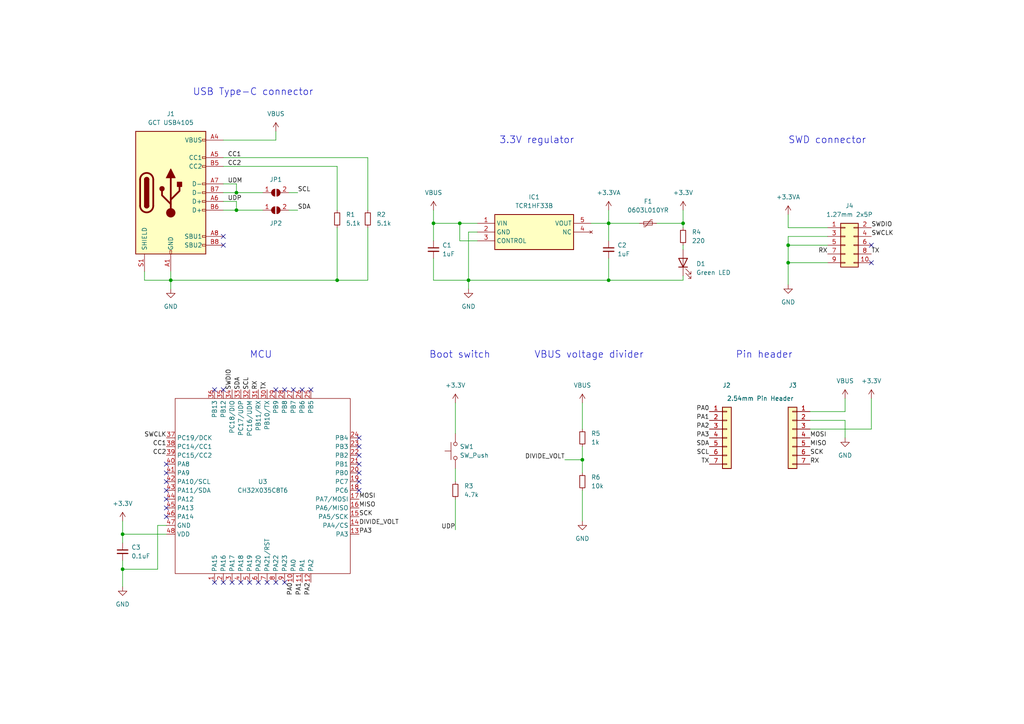
<source format=kicad_sch>
(kicad_sch (version 20230121) (generator eeschema)
  (paper "A4")
  (title_block (title "XIAO_CH32X035") (date "2024-06-25") (rev "v1.0") (company "@suzan_works"))
  (lib_symbols
    (symbol "0_My_Library:CH32X035C8T6"
      (property "Reference" "U" (at -1.27 2.54 0))
      (property "Value" "CH32X035C8T6" (at 0 -2.54 0))
      (symbol "CH32X035C8T6_0_1"
        (rectangle (start -25.4 25.4) (end 25.4 -25.4))
      )
      (symbol "CH32X035C8T6_1_1"
        (pin bidirectional line (at -13.97 -27.94 90) (length 2.54) (name "PA15") (number "1"))
        (pin bidirectional line (at 8.89 -27.94 90) (length 2.54) (name "PA0") (number "10"))
        (pin bidirectional line (at 11.43 -27.94 90) (length 2.54) (name "PA1") (number "11"))
        (pin bidirectional line (at 13.97 -27.94 90) (length 2.54) (name "PA2") (number "12"))
        (pin bidirectional line (at 27.94 -13.97 180) (length 2.54) (name "PA3") (number "13"))
        (pin bidirectional line (at 27.94 -11.43 180) (length 2.54) (name "PA4/CS") (number "14"))
        (pin bidirectional line (at 27.94 -8.89 180) (length 2.54) (name "PA5/SCK") (number "15"))
        (pin bidirectional line (at 27.94 -6.35 180) (length 2.54) (name "PA6/MISO") (number "16"))
        (pin bidirectional line (at 27.94 -3.81 180) (length 2.54) (name "PA7/MOSI") (number "17"))
        (pin bidirectional line (at 27.94 -1.27 180) (length 2.54) (name "PC6") (number "18"))
        (pin bidirectional line (at 27.94 1.27 180) (length 2.54) (name "PC7") (number "19"))
        (pin bidirectional line (at -11.43 -27.94 90) (length 2.54) (name "PA16") (number "2"))
        (pin bidirectional line (at 27.94 3.81 180) (length 2.54) (name "PB0") (number "20"))
        (pin bidirectional line (at 27.94 6.35 180) (length 2.54) (name "PB1") (number "21"))
        (pin bidirectional line (at 27.94 8.89 180) (length 2.54) (name "PB2") (number "22"))
        (pin bidirectional line (at 27.94 11.43 180) (length 2.54) (name "PB3") (number "23"))
        (pin bidirectional line (at 27.94 13.97 180) (length 2.54) (name "PB4") (number "24"))
        (pin bidirectional line (at 13.97 27.94 270) (length 2.54) (name "PB5") (number "25"))
        (pin bidirectional line (at 11.43 27.94 270) (length 2.54) (name "PB6") (number "26"))
        (pin bidirectional line (at 8.89 27.94 270) (length 2.54) (name "PB7") (number "27"))
        (pin bidirectional line (at 6.35 27.94 270) (length 2.54) (name "PB8") (number "28"))
        (pin bidirectional line (at 3.81 27.94 270) (length 2.54) (name "PB9") (number "29"))
        (pin bidirectional line (at -8.89 -27.94 90) (length 2.54) (name "PA17") (number "3"))
        (pin bidirectional line (at 1.27 27.94 270) (length 2.54) (name "PB10/TX") (number "30"))
        (pin bidirectional line (at -1.27 27.94 270) (length 2.54) (name "PB11/RX") (number "31"))
        (pin bidirectional line (at -3.81 27.94 270) (length 2.54) (name "PC16/UDM") (number "32"))
        (pin bidirectional line (at -6.35 27.94 270) (length 2.54) (name "PC17/UDP") (number "33"))
        (pin bidirectional line (at -8.89 27.94 270) (length 2.54) (name "PC18/DIO") (number "34"))
        (pin bidirectional line (at -11.43 27.94 270) (length 2.54) (name "PB12") (number "35"))
        (pin bidirectional line (at -13.97 27.94 270) (length 2.54) (name "PB13") (number "36"))
        (pin bidirectional line (at -27.94 13.97 0) (length 2.54) (name "PC19/DCK") (number "37"))
        (pin bidirectional line (at -27.94 11.43 0) (length 2.54) (name "PC14/CC1") (number "38"))
        (pin bidirectional line (at -27.94 8.89 0) (length 2.54) (name "PC15/CC2") (number "39"))
        (pin bidirectional line (at -6.35 -27.94 90) (length 2.54) (name "PA18") (number "4"))
        (pin bidirectional line (at -27.94 6.35 0) (length 2.54) (name "PA8") (number "40"))
        (pin bidirectional line (at -27.94 3.81 0) (length 2.54) (name "PA9") (number "41"))
        (pin bidirectional line (at -27.94 1.27 0) (length 2.54) (name "PA10/SCL") (number "42"))
        (pin bidirectional line (at -27.94 -1.27 0) (length 2.54) (name "PA11/SDA") (number "43"))
        (pin bidirectional line (at -27.94 -3.81 0) (length 2.54) (name "PA12") (number "44"))
        (pin bidirectional line (at -27.94 -6.35 0) (length 2.54) (name "PA13") (number "45"))
        (pin bidirectional line (at -27.94 -8.89 0) (length 2.54) (name "PA14") (number "46"))
        (pin power_in line (at -27.94 -11.43 0) (length 2.54) (name "GND") (number "47"))
        (pin power_in line (at -27.94 -13.97 0) (length 2.54) (name "VDD") (number "48"))
        (pin bidirectional line (at -3.81 -27.94 90) (length 2.54) (name "PA19") (number "5"))
        (pin bidirectional line (at -1.27 -27.94 90) (length 2.54) (name "PA20") (number "6"))
        (pin bidirectional line (at 1.27 -27.94 90) (length 2.54) (name "PA21/RST") (number "7"))
        (pin bidirectional line (at 3.81 -27.94 90) (length 2.54) (name "PA22") (number "8"))
        (pin bidirectional line (at 6.35 -27.94 90) (length 2.54) (name "PA23") (number "9"))
      )
    )
    (symbol "0_My_Library:TCR1HF33B,LM_CT"
      (property "Reference" "IC" (at 15.24 7.62 0))
      (property "Value" "TCR1HF33B" (at 10.16 5.08 0))
      (symbol "TCR1HF33B,LM_CT_1_1"
        (rectangle (start 5.08 2.54) (end 27.94 -7.62) (stroke (width 0.254)) (fill (type background)))
        (pin passive line (at 0 0 0) (length 5.08) (name "VIN") (number "1"))
        (pin passive line (at 0 -2.54 0) (length 5.08) (name "GND") (number "2"))
        (pin passive line (at 0 -5.08 0) (length 5.08) (name "CONTROL") (number "3"))
        (pin no_connect line (at 33.02 -2.54 180) (length 5.08) (name "NC") (number "4"))
        (pin passive line (at 33.02 0 180) (length 5.08) (name "VOUT") (number "5"))
      )
    )
    (symbol "Connector:USB_C_Receptacle_USB2.0" (pin_names (offset 1.016))
      (property "Reference" "J" (at -10.16 19.05 0))
      (property "Value" "USB_C_Receptacle_USB2.0" (at 19.05 19.05 0))
      (symbol "USB_C_Receptacle_USB2.0_0_0"
        (rectangle (start -0.254 -17.78) (end 0.254 -16.764))
        (rectangle (start 10.16 -14.986) (end 9.144 -15.494))
        (rectangle (start 10.16 -12.446) (end 9.144 -12.954))
        (rectangle (start 10.16 -4.826) (end 9.144 -5.334))
        (rectangle (start 10.16 -2.286) (end 9.144 -2.794))
        (rectangle (start 10.16 0.254) (end 9.144 -0.254))
        (rectangle (start 10.16 2.794) (end 9.144 2.286))
        (rectangle (start 10.16 7.874) (end 9.144 7.366))
        (rectangle (start 10.16 10.414) (end 9.144 9.906))
        (rectangle (start 10.16 15.494) (end 9.144 14.986))
      )
      (symbol "USB_C_Receptacle_USB2.0_0_1"
        (rectangle (start -10.16 17.78) (end 10.16 -17.78) (stroke (width 0.254)) (fill (type background)))
        (arc (start -8.89 -3.81) (mid -6.985 -5.7067) (end -5.08 -3.81) (stroke (width 0.508)))
        (arc (start -7.62 -3.81) (mid -6.985 -4.4423) (end -6.35 -3.81) (stroke (width 0.254)))
        (arc (start -7.62 -3.81) (mid -6.985 -4.4423) (end -6.35 -3.81) (stroke (width 0.254)) (fill (type outline)))
        (rectangle (start -7.62 -3.81) (end -6.35 3.81) (stroke (width 0.254)) (fill (type outline)))
        (arc (start -6.35 3.81) (mid -6.985 4.4423) (end -7.62 3.81) (stroke (width 0.254)))
        (arc (start -6.35 3.81) (mid -6.985 4.4423) (end -7.62 3.81) (stroke (width 0.254)) (fill (type outline)))
        (arc (start -5.08 3.81) (mid -6.985 5.7067) (end -8.89 3.81) (stroke (width 0.508)))
        (circle (center -2.54 1.143) (radius 0.635) (stroke (width 0.254)) (fill (type outline)))
        (circle (center 0 -5.842) (radius 1.27) (fill (type outline)))
        (polyline (pts (xy -8.89 -3.81) (xy -8.89 3.81)) (stroke (width 0.508)))
        (polyline (pts (xy -5.08 3.81) (xy -5.08 -3.81)) (stroke (width 0.508)))
        (polyline (pts (xy 0 -5.842) (xy 0 4.318)) (stroke (width 0.508)))
        (polyline (pts (xy 0 -3.302) (xy -2.54 -0.762) (xy -2.54 0.508)) (stroke (width 0.508)))
        (polyline (pts (xy 0 -2.032) (xy 2.54 0.508) (xy 2.54 1.778)) (stroke (width 0.508)))
        (polyline (pts (xy -1.27 4.318) (xy 0 6.858) (xy 1.27 4.318) (xy -1.27 4.318)) (stroke (width 0.254)) (fill (type outline)))
        (rectangle (start 1.905 1.778) (end 3.175 3.048) (stroke (width 0.254)) (fill (type outline)))
      )
      (symbol "USB_C_Receptacle_USB2.0_1_1"
        (pin passive line (at 0 -22.86 90) (length 5.08) (name "GND") (number "A1"))
        (pin passive line (at 0 -22.86 90) (length 5.08) hide (name "GND") (number "A12"))
        (pin passive line (at 15.24 15.24 180) (length 5.08) (name "VBUS") (number "A4"))
        (pin bidirectional line (at 15.24 10.16 180) (length 5.08) (name "CC1") (number "A5"))
        (pin bidirectional line (at 15.24 -2.54 180) (length 5.08) (name "D+") (number "A6"))
        (pin bidirectional line (at 15.24 2.54 180) (length 5.08) (name "D-") (number "A7"))
        (pin bidirectional line (at 15.24 -12.7 180) (length 5.08) (name "SBU1") (number "A8"))
        (pin passive line (at 15.24 15.24 180) (length 5.08) hide (name "VBUS") (number "A9"))
        (pin passive line (at 0 -22.86 90) (length 5.08) hide (name "GND") (number "B1"))
        (pin passive line (at 0 -22.86 90) (length 5.08) hide (name "GND") (number "B12"))
        (pin passive line (at 15.24 15.24 180) (length 5.08) hide (name "VBUS") (number "B4"))
        (pin bidirectional line (at 15.24 7.62 180) (length 5.08) (name "CC2") (number "B5"))
        (pin bidirectional line (at 15.24 -5.08 180) (length 5.08) (name "D+") (number "B6"))
        (pin bidirectional line (at 15.24 0 180) (length 5.08) (name "D-") (number "B7"))
        (pin bidirectional line (at 15.24 -15.24 180) (length 5.08) (name "SBU2") (number "B8"))
        (pin passive line (at 15.24 15.24 180) (length 5.08) hide (name "VBUS") (number "B9"))
        (pin passive line (at -7.62 -22.86 90) (length 5.08) (name "SHIELD") (number "S1"))
      )
    )
    (symbol "Connector_Generic:Conn_01x07" (pin_names (offset 1.016) hide)
      (property "Reference" "J" (at 0 10.16 0))
      (property "Value" "Conn_01x07" (at 0 -10.16 0))
      (symbol "Conn_01x07_1_1"
        (rectangle (start -1.27 -7.493) (end 0 -7.747) (stroke (width 0.1524)))
        (rectangle (start -1.27 -4.953) (end 0 -5.207) (stroke (width 0.1524)))
        (rectangle (start -1.27 -2.413) (end 0 -2.667) (stroke (width 0.1524)))
        (rectangle (start -1.27 0.127) (end 0 -0.127) (stroke (width 0.1524)))
        (rectangle (start -1.27 2.667) (end 0 2.413) (stroke (width 0.1524)))
        (rectangle (start -1.27 5.207) (end 0 4.953) (stroke (width 0.1524)))
        (rectangle (start -1.27 7.747) (end 0 7.493) (stroke (width 0.1524)))
        (rectangle (start -1.27 8.89) (end 1.27 -8.89) (stroke (width 0.254)) (fill (type background)))
        (pin passive line (at -5.08 7.62 0) (length 3.81) (name "Pin_1") (number "1"))
        (pin passive line (at -5.08 5.08 0) (length 3.81) (name "Pin_2") (number "2"))
        (pin passive line (at -5.08 2.54 0) (length 3.81) (name "Pin_3") (number "3"))
        (pin passive line (at -5.08 0 0) (length 3.81) (name "Pin_4") (number "4"))
        (pin passive line (at -5.08 -2.54 0) (length 3.81) (name "Pin_5") (number "5"))
        (pin passive line (at -5.08 -5.08 0) (length 3.81) (name "Pin_6") (number "6"))
        (pin passive line (at -5.08 -7.62 0) (length 3.81) (name "Pin_7") (number "7"))
      )
    )
    (symbol "Connector_Generic:Conn_02x05_Odd_Even" (pin_names (offset 1.016) hide)
      (property "Reference" "J" (at 1.27 7.62 0))
      (property "Value" "Conn_02x05_Odd_Even" (at 1.27 -7.62 0))
      (symbol "Conn_02x05_Odd_Even_1_1"
        (rectangle (start -1.27 -4.953) (end 0 -5.207) (stroke (width 0.1524)))
        (rectangle (start -1.27 -2.413) (end 0 -2.667) (stroke (width 0.1524)))
        (rectangle (start -1.27 0.127) (end 0 -0.127) (stroke (width 0.1524)))
        (rectangle (start -1.27 2.667) (end 0 2.413) (stroke (width 0.1524)))
        (rectangle (start -1.27 5.207) (end 0 4.953) (stroke (width 0.1524)))
        (rectangle (start -1.27 6.35) (end 3.81 -6.35) (stroke (width 0.254)) (fill (type background)))
        (rectangle (start 3.81 -4.953) (end 2.54 -5.207) (stroke (width 0.1524)))
        (rectangle (start 3.81 -2.413) (end 2.54 -2.667) (stroke (width 0.1524)))
        (rectangle (start 3.81 0.127) (end 2.54 -0.127) (stroke (width 0.1524)))
        (rectangle (start 3.81 2.667) (end 2.54 2.413) (stroke (width 0.1524)))
        (rectangle (start 3.81 5.207) (end 2.54 4.953) (stroke (width 0.1524)))
        (pin passive line (at -5.08 5.08 0) (length 3.81) (name "Pin_1") (number "1"))
        (pin passive line (at 7.62 -5.08 180) (length 3.81) (name "Pin_10") (number "10"))
        (pin passive line (at 7.62 5.08 180) (length 3.81) (name "Pin_2") (number "2"))
        (pin passive line (at -5.08 2.54 0) (length 3.81) (name "Pin_3") (number "3"))
        (pin passive line (at 7.62 2.54 180) (length 3.81) (name "Pin_4") (number "4"))
        (pin passive line (at -5.08 0 0) (length 3.81) (name "Pin_5") (number "5"))
        (pin passive line (at 7.62 0 180) (length 3.81) (name "Pin_6") (number "6"))
        (pin passive line (at -5.08 -2.54 0) (length 3.81) (name "Pin_7") (number "7"))
        (pin passive line (at 7.62 -2.54 180) (length 3.81) (name "Pin_8") (number "8"))
        (pin passive line (at -5.08 -5.08 0) (length 3.81) (name "Pin_9") (number "9"))
      )
    )
    (symbol "Device:C_Small" (pin_numbers hide) (pin_names (offset 0.254) hide)
      (property "Reference" "C" (at 0.254 1.778 0))
      (property "Value" "C_Small" (at 0.254 -2.032 0))
      (symbol "C_Small_0_1"
        (polyline (pts (xy -1.524 -0.508) (xy 1.524 -0.508)) (stroke (width 0.3302)))
        (polyline (pts (xy -1.524 0.508) (xy 1.524 0.508)) (stroke (width 0.3048)))
      )
      (symbol "C_Small_1_1"
        (pin passive line (at 0 2.54 270) (length 2.032) (name "~") (number "1"))
        (pin passive line (at 0 -2.54 90) (length 2.032) (name "~") (number "2"))
      )
    )
    (symbol "Device:LED" (pin_numbers hide) (pin_names (offset 1.016) hide)
      (property "Reference" "D" (at 0 2.54 0))
      (property "Value" "LED" (at 0 -2.54 0))
      (symbol "LED_0_1"
        (polyline (pts (xy -1.27 -1.27) (xy -1.27 1.27)) (stroke (width 0.254)))
        (polyline (pts (xy -1.27 0) (xy 1.27 0)))
        (polyline (pts (xy 1.27 -1.27) (xy 1.27 1.27) (xy -1.27 0) (xy 1.27 -1.27)) (stroke (width 0.254)))
        (polyline (pts (xy -3.048 -0.762) (xy -4.572 -2.286) (xy -3.81 -2.286) (xy -4.572 -2.286) (xy -4.572 -1.524)))
        (polyline (pts (xy -1.778 -0.762) (xy -3.302 -2.286) (xy -2.54 -2.286) (xy -3.302 -2.286) (xy -3.302 -1.524)))
      )
      (symbol "LED_1_1"
        (pin passive line (at -3.81 0 0) (length 2.54) (name "K") (number "1"))
        (pin passive line (at 3.81 0 180) (length 2.54) (name "A") (number "2"))
      )
    )
    (symbol "Device:Polyfuse_Small" (pin_numbers hide) (pin_names (offset 0))
      (property "Reference" "F" (at -1.905 0 90))
      (property "Value" "Polyfuse_Small" (at 1.905 0 90))
      (symbol "Polyfuse_Small_0_1"
        (rectangle (start -0.508 1.27) (end 0.508 -1.27))
        (polyline (pts (xy 0 2.54) (xy 0 -2.54)))
        (polyline (pts (xy -1.016 1.27) (xy -1.016 0.762) (xy 1.016 -0.762) (xy 1.016 -1.27)))
      )
      (symbol "Polyfuse_Small_1_1"
        (pin passive line (at 0 2.54 270) (length 0.635) (name "~") (number "1"))
        (pin passive line (at 0 -2.54 90) (length 0.635) (name "~") (number "2"))
      )
    )
    (symbol "Device:R_Small" (pin_numbers hide) (pin_names (offset 0.254) hide)
      (property "Reference" "R" (at 0.762 0.508 0))
      (property "Value" "R_Small" (at 0.762 -1.016 0))
      (symbol "R_Small_0_1"
        (rectangle (start -0.762 1.778) (end 0.762 -1.778) (stroke (width 0.2032)))
      )
      (symbol "R_Small_1_1"
        (pin passive line (at 0 2.54 270) (length 0.762) (name "~") (number "1"))
        (pin passive line (at 0 -2.54 90) (length 0.762) (name "~") (number "2"))
      )
    )
    (symbol "Jumper:SolderJumper_2_Open" (pin_names (offset 0) hide)
      (property "Reference" "JP" (at 0 2.032 0))
      (property "Value" "SolderJumper_2_Open" (at 0 -2.54 0))
      (symbol "SolderJumper_2_Open_0_1"
        (arc (start -0.254 1.016) (mid -1.2656 0) (end -0.254 -1.016))
        (arc (start -0.254 1.016) (mid -1.2656 0) (end -0.254 -1.016) (fill (type outline)))
        (polyline (pts (xy -0.254 1.016) (xy -0.254 -1.016)))
        (polyline (pts (xy 0.254 1.016) (xy 0.254 -1.016)))
        (arc (start 0.254 -1.016) (mid 1.2656 0) (end 0.254 1.016))
        (arc (start 0.254 -1.016) (mid 1.2656 0) (end 0.254 1.016) (fill (type outline)))
      )
      (symbol "SolderJumper_2_Open_1_1"
        (pin passive line (at -3.81 0 0) (length 2.54) (name "A") (number "1"))
        (pin passive line (at 3.81 0 180) (length 2.54) (name "B") (number "2"))
      )
    )
    (symbol "Switch:SW_Push" (pin_numbers hide) (pin_names (offset 1.016) hide)
      (property "Reference" "SW" (at 1.27 2.54 0))
      (property "Value" "SW_Push" (at 0 -1.524 0))
      (symbol "SW_Push_0_1"
        (circle (center -2.032 0) (radius 0.508))
        (polyline (pts (xy 0 1.27) (xy 0 3.048)))
        (polyline (pts (xy 2.54 1.27) (xy -2.54 1.27)))
        (circle (center 2.032 0) (radius 0.508))
        (pin passive line (at -5.08 0 0) (length 2.54) (name "1") (number "1"))
        (pin passive line (at 5.08 0 180) (length 2.54) (name "2") (number "2"))
      )
    )
    (symbol "power:+3.3V" (power) (pin_names (offset 0))
      (property "Value" "+3.3V" (at 0 3.556 0))
      (symbol "+3.3V_0_1"
        (polyline (pts (xy -0.762 1.27) (xy 0 2.54)))
        (polyline (pts (xy 0 0) (xy 0 2.54)))
        (polyline (pts (xy 0 2.54) (xy 0.762 1.27)))
      )
      (symbol "+3.3V_1_1"
        (pin power_in line (at 0 0 90) (length 0) hide (name "+3.3V") (number "1"))
      )
    )
    (symbol "power:+3.3VA" (power) (pin_names (offset 0))
      (property "Value" "+3.3VA" (at 0 3.556 0))
      (symbol "+3.3VA_0_1"
        (polyline (pts (xy -0.762 1.27) (xy 0 2.54)))
        (polyline (pts (xy 0 0) (xy 0 2.54)))
        (polyline (pts (xy 0 2.54) (xy 0.762 1.27)))
      )
      (symbol "+3.3VA_1_1"
        (pin power_in line (at 0 0 90) (length 0) hide (name "+3.3VA") (number "1"))
      )
    )
    (symbol "power:GND" (power) (pin_names (offset 0))
      (property "Value" "GND" (at 0 -3.81 0))
      (symbol "GND_0_1"
        (polyline (pts (xy 0 0) (xy 0 -1.27) (xy 1.27 -1.27) (xy 0 -2.54) (xy -1.27 -1.27) (xy 0 -1.27)))
      )
      (symbol "GND_1_1"
        (pin power_in line (at 0 0 270) (length 0) hide (name "GND") (number "1"))
      )
    )
    (symbol "power:VBUS" (power) (pin_names (offset 0))
      (property "Value" "VBUS" (at 0 3.81 0))
      (symbol "VBUS_0_1"
        (polyline (pts (xy -0.762 1.27) (xy 0 2.54)))
        (polyline (pts (xy 0 0) (xy 0 2.54)))
        (polyline (pts (xy 0 2.54) (xy 0.762 1.27)))
      )
      (symbol "VBUS_1_1"
        (pin power_in line (at 0 0 90) (length 0) hide (name "VBUS") (number "1"))
      )
    )
  )
  (junction (at 125.73 64.77))
  (junction (at 168.91 133.35))
  (junction (at 176.53 64.77))
  (junction (at 176.53 81.28))
  (junction (at 198.12 64.77))
  (junction (at 35.56 154.94))
  (junction (at 49.53 81.28))
  (junction (at 68.58 55.88))
  (junction (at 135.89 81.28))
  (junction (at 97.79 81.28))
  (junction (at 68.58 60.96))
  (junction (at 133.35 64.77))
  (junction (at 35.56 165.1))
  (junction (at 228.6 71.12))
  (junction (at 228.6 76.2))
  (no_connect (at 252.73 71.12))
  (no_connect (at 252.73 76.2))
  (no_connect (at 48.26 144.78))
  (no_connect (at 80.01 113.03))
  (no_connect (at 69.85 168.91))
  (no_connect (at 64.77 71.12))
  (no_connect (at 48.26 137.16))
  (no_connect (at 104.14 137.16))
  (no_connect (at 104.14 142.24))
  (no_connect (at 62.23 168.91))
  (no_connect (at 82.55 113.03))
  (no_connect (at 67.31 168.91))
  (no_connect (at 104.14 127))
  (no_connect (at 64.77 68.58))
  (no_connect (at 74.93 168.91))
  (no_connect (at 85.09 113.03))
  (no_connect (at 87.63 113.03))
  (no_connect (at 104.14 129.54))
  (no_connect (at 48.26 134.62))
  (no_connect (at 90.17 113.03))
  (no_connect (at 48.26 149.86))
  (no_connect (at 104.14 134.62))
  (no_connect (at 64.77 168.91))
  (no_connect (at 48.26 139.7))
  (no_connect (at 80.01 168.91))
  (no_connect (at 82.55 168.91))
  (no_connect (at 72.39 168.91))
  (no_connect (at 64.77 113.03))
  (no_connect (at 48.26 142.24))
  (no_connect (at 77.47 168.91))
  (no_connect (at 48.26 147.32))
  (no_connect (at 104.14 139.7))
  (no_connect (at 62.23 113.03))
  (no_connect (at 104.14 132.08))
  (wire (pts (xy 228.6 71.12) (xy 240.03 71.12)))
  (wire (pts (xy 125.73 60.96) (xy 125.73 64.77)))
  (wire (pts (xy 198.12 80.01) (xy 198.12 81.28)))
  (wire (pts (xy 64.77 45.72) (xy 106.68 45.72)))
  (wire (pts (xy 83.82 60.96) (xy 86.36 60.96)))
  (wire (pts (xy 228.6 66.04) (xy 228.6 62.23)))
  (wire (pts (xy 132.08 135.89) (xy 132.08 139.7)))
  (wire (pts (xy 138.43 67.31) (xy 135.89 67.31)))
  (wire (pts (xy 68.58 60.96) (xy 64.77 60.96)))
  (wire (pts (xy 228.6 76.2) (xy 228.6 82.55)))
  (wire (pts (xy 168.91 129.54) (xy 168.91 133.35)))
  (wire (pts (xy 228.6 71.12) (xy 228.6 76.2)))
  (wire (pts (xy 106.68 81.28) (xy 106.68 66.04)))
  (wire (pts (xy 245.11 115.57) (xy 245.11 119.38)))
  (wire (pts (xy 68.58 55.88) (xy 76.2 55.88)))
  (wire (pts (xy 168.91 133.35) (xy 168.91 137.16)))
  (wire (pts (xy 228.6 68.58) (xy 228.6 71.12)))
  (wire (pts (xy 68.58 55.88) (xy 68.58 53.34)))
  (wire (pts (xy 80.01 40.64) (xy 80.01 38.1)))
  (wire (pts (xy 125.73 64.77) (xy 133.35 64.77)))
  (wire (pts (xy 68.58 60.96) (xy 68.58 58.42)))
  (wire (pts (xy 198.12 81.28) (xy 176.53 81.28)))
  (wire (pts (xy 135.89 67.31) (xy 135.89 81.28)))
  (wire (pts (xy 49.53 81.28) (xy 49.53 83.82)))
  (wire (pts (xy 245.11 119.38) (xy 234.95 119.38)))
  (wire (pts (xy 252.73 124.46) (xy 234.95 124.46)))
  (wire (pts (xy 97.79 81.28) (xy 106.68 81.28)))
  (wire (pts (xy 176.53 74.93) (xy 176.53 81.28)))
  (wire (pts (xy 35.56 162.56) (xy 35.56 165.1)))
  (wire (pts (xy 228.6 76.2) (xy 240.03 76.2)))
  (wire (pts (xy 133.35 64.77) (xy 133.35 69.85)))
  (wire (pts (xy 168.91 142.24) (xy 168.91 151.13)))
  (wire (pts (xy 35.56 165.1) (xy 35.56 170.18)))
  (wire (pts (xy 125.73 81.28) (xy 135.89 81.28)))
  (wire (pts (xy 240.03 66.04) (xy 228.6 66.04)))
  (wire (pts (xy 106.68 45.72) (xy 106.68 60.96)))
  (wire (pts (xy 97.79 48.26) (xy 97.79 60.96)))
  (wire (pts (xy 49.53 78.74) (xy 49.53 81.28)))
  (wire (pts (xy 49.53 81.28) (xy 97.79 81.28)))
  (wire (pts (xy 64.77 40.64) (xy 80.01 40.64)))
  (wire (pts (xy 64.77 48.26) (xy 97.79 48.26)))
  (wire (pts (xy 97.79 66.04) (xy 97.79 81.28)))
  (wire (pts (xy 176.53 60.96) (xy 176.53 64.77)))
  (wire (pts (xy 198.12 60.96) (xy 198.12 64.77)))
  (wire (pts (xy 252.73 115.57) (xy 252.73 124.46)))
  (wire (pts (xy 35.56 154.94) (xy 48.26 154.94)))
  (wire (pts (xy 135.89 81.28) (xy 135.89 83.82)))
  (wire (pts (xy 132.08 144.78) (xy 132.08 153.67)))
  (wire (pts (xy 35.56 165.1) (xy 45.72 165.1)))
  (wire (pts (xy 198.12 64.77) (xy 198.12 66.04)))
  (wire (pts (xy 168.91 116.84) (xy 168.91 124.46)))
  (wire (pts (xy 64.77 53.34) (xy 68.58 53.34)))
  (wire (pts (xy 45.72 152.4) (xy 45.72 165.1)))
  (wire (pts (xy 41.91 81.28) (xy 49.53 81.28)))
  (wire (pts (xy 64.77 58.42) (xy 68.58 58.42)))
  (wire (pts (xy 35.56 154.94) (xy 35.56 157.48)))
  (wire (pts (xy 138.43 69.85) (xy 133.35 69.85)))
  (wire (pts (xy 68.58 60.96) (xy 76.2 60.96)))
  (wire (pts (xy 245.11 121.92) (xy 245.11 127)))
  (wire (pts (xy 240.03 68.58) (xy 228.6 68.58)))
  (wire (pts (xy 171.45 64.77) (xy 176.53 64.77)))
  (wire (pts (xy 190.5 64.77) (xy 198.12 64.77)))
  (wire (pts (xy 176.53 64.77) (xy 176.53 69.85)))
  (wire (pts (xy 35.56 154.94) (xy 35.56 151.13)))
  (wire (pts (xy 83.82 55.88) (xy 86.36 55.88)))
  (wire (pts (xy 125.73 74.93) (xy 125.73 81.28)))
  (wire (pts (xy 163.83 133.35) (xy 168.91 133.35)))
  (wire (pts (xy 198.12 71.12) (xy 198.12 72.39)))
  (wire (pts (xy 125.73 64.77) (xy 125.73 69.85)))
  (wire (pts (xy 41.91 78.74) (xy 41.91 81.28)))
  (wire (pts (xy 234.95 121.92) (xy 245.11 121.92)))
  (wire (pts (xy 135.89 81.28) (xy 176.53 81.28)))
  (wire (pts (xy 45.72 152.4) (xy 48.26 152.4)))
  (wire (pts (xy 133.35 64.77) (xy 138.43 64.77)))
  (wire (pts (xy 132.08 116.84) (xy 132.08 125.73)))
  (wire (pts (xy 68.58 55.88) (xy 64.77 55.88)))
  (wire (pts (xy 176.53 64.77) (xy 185.42 64.77)))
  (text "Boot switch" (at 124.46 104.14 0) (effects (font (size 2 2)) (justify left bottom)))
  (text "MCU" (at 72.39 104.14 0) (effects (font (size 2 2)) (justify left bottom)))
  (text "VBUS voltage divider" (at 154.94 104.14 0) (effects (font (size 2 2)) (justify left bottom)))
  (text "3.3V regulator" (at 144.78 41.91 0) (effects (font (size 2 2)) (justify left bottom)))
  (text "Pin header" (at 213.36 104.14 0) (effects (font (size 2 2)) (justify left bottom)))
  (text "USB Type-C connector" (at 55.88 27.94 0) (effects (font (size 2 2)) (justify left bottom)))
  (text "SWD connector" (at 228.6 41.91 0) (effects (font (size 2 2)) (justify left bottom)))
  (label "SDA" (at 205.74 129.54 180))
  (label "SCK" (at 234.95 132.08 0))
  (label "TX" (at 252.73 73.66 0))
  (label "SCL" (at 86.36 55.88 0))
  (label "PA3" (at 104.14 154.94 0))
  (label "CC2" (at 48.26 132.08 180))
  (label "TX" (at 77.47 113.03 90))
  (label "UDP" (at 132.08 153.67 180))
  (label "TX" (at 205.74 134.62 180))
  (label "SCL" (at 72.39 113.03 90))
  (label "RX" (at 234.95 134.62 0))
  (label "SWCLK" (at 252.73 68.58 0))
  (label "SWDIO" (at 252.73 66.04 0))
  (label "PA1" (at 205.74 121.92 180))
  (label "SWCLK" (at 48.26 127 180))
  (label "PA1" (at 87.63 168.91 270))
  (label "SCL" (at 205.74 132.08 180))
  (label "MOSI" (at 234.95 127 0))
  (label "SWDIO" (at 67.31 113.03 90))
  (label "PA0" (at 205.74 119.38 180))
  (label "DIVIDE_VOLT" (at 163.83 133.35 180))
  (label "CC1" (at 48.26 129.54 180))
  (label "CC1" (at 66.04 45.72 0))
  (label "MISO" (at 104.14 147.32 0))
  (label "DIVIDE_VOLT" (at 104.14 152.4 0))
  (label "RX" (at 240.03 73.66 180))
  (label "SCK" (at 104.14 149.86 0))
  (label "SDA" (at 86.36 60.96 0))
  (label "PA0" (at 85.09 168.91 270))
  (label "PA2" (at 205.74 124.46 180))
  (label "UDM" (at 66.04 53.34 0))
  (label "PA2" (at 90.17 168.91 270))
  (label "RX" (at 74.93 113.03 90))
  (label "CC2" (at 66.04 48.26 0))
  (label "PA3" (at 205.74 127 180))
  (label "MISO" (at 234.95 129.54 0))
  (label "SDA" (at 69.85 113.03 90))
  (label "UDP" (at 66.04 58.42 0))
  (label "MOSI" (at 104.14 144.78 0))
  (symbol (lib_id "Connector_Generic:Conn_01x07") (at 210.82 127 0) (unit 1)
    (property "Reference" "J2" (at 209.55 111.76 0) (effects (justify left)))
    (property "Value" "2.54mm Pin Header" (at 210.82 115.57 0) (effects (justify left)))
    (property "Footprint" "Connector_PinHeader_2.54mm:PinHeader_1x07_P2.54mm_Vertical" (effects hide))
  )
  (symbol (lib_id "power:GND") (at 35.56 170.18 0) (unit 1)
    (property "Reference" "#PWR06" (effects hide))
    (property "Value" "GND" (at 35.56 175.26 0))
  )
  (symbol (lib_id "Switch:SW_Push") (at 132.08 130.81 90) (unit 1)
    (property "Reference" "SW1" (at 133.35 129.54 90) (effects (justify right)))
    (property "Value" "SW_Push" (at 133.35 132.08 90) (effects (justify right)))
    (property "Footprint" "Button_Switch_SMD:SW_Push_SPST_NO_Alps_SKRK" (effects hide))
  )
  (symbol (lib_id "Jumper:SolderJumper_2_Open") (at 80.01 60.96 0) (unit 1)
    (property "Reference" "JP2" (at 80.01 64.77 0))
    (property "Value" "SolderJumper_2_Open" (effects hide))
    (property "Footprint" "0_My_Library:SolderJumper-2_P1.3mm_Open_Pad0.8x1.2mm" (effects hide))
  )
  (symbol (lib_id "power:+3.3V") (at 198.12 60.96 0) (unit 1)
    (property "Reference" "#PWR01" (effects hide))
    (property "Value" "+3.3V" (at 198.12 55.88 0))
  )
  (symbol (lib_id "power:+3.3V") (at 132.08 116.84 0) (unit 1)
    (property "Reference" "#PWR09" (effects hide))
    (property "Value" "+3.3V" (at 132.08 111.76 0))
  )
  (symbol (lib_id "Device:R_Small") (at 132.08 142.24 0) (unit 1)
    (property "Reference" "R3" (at 134.62 140.97 0) (effects (justify left)))
    (property "Value" "4.7k" (at 134.62 143.51 0) (effects (justify left)))
    (property "Footprint" "Resistor_SMD:R_0402_1005Metric" (effects hide))
  )
  (symbol (lib_id "Device:LED") (at 198.12 76.2 90) (unit 1)
    (property "Reference" "D1" (at 201.93 76.5175 90) (effects (justify right)))
    (property "Value" "Green LED" (at 201.93 79.0575 90) (effects (justify right)))
    (property "Footprint" "LED_SMD:LED_0402_1005Metric" (effects hide))
  )
  (symbol (lib_id "power:VBUS") (at 168.91 116.84 0) (unit 1)
    (property "Reference" "#PWR011" (effects hide))
    (property "Value" "VBUS" (at 168.91 111.76 0))
  )
  (symbol (lib_id "power:GND") (at 168.91 151.13 0) (unit 1)
    (property "Reference" "#PWR016" (effects hide))
    (property "Value" "GND" (at 168.91 156.21 0))
  )
  (symbol (lib_id "Connector:USB_C_Receptacle_USB2.0") (at 49.53 55.88 0) (unit 1)
    (property "Reference" "J1" (at 49.53 33.02 0))
    (property "Value" "GCT USB4105" (at 49.53 35.56 0))
    (property "Footprint" "Connector_USB:USB_C_Receptacle_GCT_USB4105-xx-A_16P_TopMnt_Horizontal" (effects hide))
    (property "Datasheet" "https://www.usb.org/sites/default/files/documents/usb_type-c.zip" (effects hide))
  )
  (symbol (lib_id "Connector_Generic:Conn_02x05_Odd_Even") (at 245.11 71.12 0) (unit 1)
    (property "Reference" "J4" (at 246.38 59.69 0))
    (property "Value" "1.27mm 2x5P" (at 246.38 62.23 0))
    (property "Footprint" "Connector_PinHeader_1.27mm:PinHeader_2x05_P1.27mm_Vertical_SMD" (effects hide))
  )
  (symbol (lib_id "power:VBUS") (at 80.01 38.1 0) (unit 1)
    (property "Reference" "#PWR03" (effects hide))
    (property "Value" "VBUS" (at 80.01 33.02 0))
  )
  (symbol (lib_id "power:GND") (at 49.53 83.82 0) (unit 1)
    (property "Reference" "#PWR02" (effects hide))
    (property "Value" "GND" (at 49.53 88.9 0))
  )
  (symbol (lib_id "Device:R_Small") (at 106.68 63.5 0) (unit 1)
    (property "Reference" "R2" (at 109.22 62.23 0) (effects (justify left)))
    (property "Value" "5.1k" (at 109.22 64.77 0) (effects (justify left)))
    (property "Footprint" "Resistor_SMD:R_0402_1005Metric" (effects hide))
  )
  (symbol (lib_id "Device:C_Small") (at 176.53 72.39 0) (unit 1)
    (property "Reference" "C2" (at 179.07 71.1263 0) (effects (justify left)))
    (property "Value" "1uF" (at 179.07 73.6663 0) (effects (justify left)))
    (property "Footprint" "Capacitor_SMD:C_0402_1005Metric" (effects hide))
  )
  (symbol (lib_id "power:+3.3V") (at 35.56 151.13 0) (unit 1)
    (property "Reference" "#PWR08" (effects hide))
    (property "Value" "+3.3V" (at 35.56 146.05 0))
  )
  (symbol (lib_id "0_My_Library:CH32X035C8T6") (at 76.2 140.97 0) (unit 1)
    (property "Reference" "U3" (at 76.2 139.7 0))
    (property "Value" "CH32X035C8T6" (at 76.2 142.24 0))
    (property "Footprint" "Package_QFP:LQFP-48_7x7mm_P0.5mm" (effects hide))
  )
  (symbol (lib_id "0_My_Library:TCR1HF33B,LM_CT") (at 138.43 64.77 0) (unit 1)
    (property "Reference" "IC1" (at 154.94 57.15 0))
    (property "Value" "TCR1HF33B" (at 154.94 59.69 0))
    (property "Footprint" "0_My_Library:TCR1HF33BLMCT" (effects hide))
    (property "Datasheet" "https://toshiba.semicon-storage.com/info/TCR1HF33B_datasheet_en_20230601.pdf?did=152901&prodName=TCR1HF33B" (effects hide))
    (property "Height" "1.4" (effects hide))
    (property "Manufacturer_Name" "Toshiba" (effects hide))
    (property "Manufacturer_Part_Number" "TCR1HF33B,LM(CT" (effects hide))
  )
  (symbol (lib_id "Connector_Generic:Conn_01x07") (at 229.87 127 0) (mirror y) (unit 1)
    (property "Reference" "J3" (at 231.14 111.76 0) (effects (justify left)))
    (property "Value" "Conn_01x07" (effects hide))
    (property "Footprint" "Connector_PinHeader_2.54mm:PinHeader_1x07_P2.54mm_Vertical" (effects hide))
  )
  (symbol (lib_id "Device:C_Small") (at 35.56 160.02 0) (unit 1)
    (property "Reference" "C3" (at 38.1 158.7563 0) (effects (justify left)))
    (property "Value" "0.1uF" (at 38.1 161.2963 0) (effects (justify left)))
    (property "Footprint" "Capacitor_SMD:C_0402_1005Metric" (effects hide))
  )
  (symbol (lib_id "power:GND") (at 135.89 83.82 0) (unit 1)
    (property "Reference" "#PWR05" (effects hide))
    (property "Value" "GND" (at 135.89 88.9 0))
  )
  (symbol (lib_id "Device:Polyfuse_Small") (at 187.96 64.77 90) (unit 1)
    (property "Reference" "F1" (at 187.96 58.42 90))
    (property "Value" "0603L010YR" (at 187.96 60.96 90))
    (property "Footprint" "Fuse:Fuse_0603_1608Metric" (effects hide))
  )
  (symbol (lib_id "power:GND") (at 228.6 82.55 0) (unit 1)
    (property "Reference" "#PWR014" (effects hide))
    (property "Value" "GND" (at 228.6 87.63 0))
  )
  (symbol (lib_id "Device:C_Small") (at 125.73 72.39 0) (unit 1)
    (property "Reference" "C1" (at 128.27 71.1263 0) (effects (justify left)))
    (property "Value" "1uF" (at 128.27 73.6663 0) (effects (justify left)))
    (property "Footprint" "Capacitor_SMD:C_0402_1005Metric" (effects hide))
  )
  (symbol (lib_id "Device:R_Small") (at 168.91 127 0) (unit 1)
    (property "Reference" "R5" (at 171.45 125.73 0) (effects (justify left)))
    (property "Value" "1k" (at 171.45 128.27 0) (effects (justify left)))
    (property "Footprint" "Resistor_SMD:R_0402_1005Metric" (effects hide))
  )
  (symbol (lib_id "power:+3.3V") (at 252.73 115.57 0) (unit 1)
    (property "Reference" "#PWR013" (effects hide))
    (property "Value" "+3.3V" (at 252.73 110.49 0))
  )
  (symbol (lib_id "Device:R_Small") (at 97.79 63.5 0) (unit 1)
    (property "Reference" "R1" (at 100.33 62.23 0) (effects (justify left)))
    (property "Value" "5.1k" (at 100.33 64.77 0) (effects (justify left)))
    (property "Footprint" "Resistor_SMD:R_0402_1005Metric" (effects hide))
  )
  (symbol (lib_id "Jumper:SolderJumper_2_Open") (at 80.01 55.88 0) (unit 1)
    (property "Reference" "JP1" (at 80.01 52.07 0))
    (property "Value" "SolderJumper_2_Open" (effects hide))
    (property "Footprint" "0_My_Library:SolderJumper-2_P1.3mm_Open_Pad0.8x1.2mm" (effects hide))
  )
  (symbol (lib_id "Device:R_Small") (at 168.91 139.7 0) (unit 1)
    (property "Reference" "R6" (at 171.45 138.43 0) (effects (justify left)))
    (property "Value" "10k" (at 171.45 140.97 0) (effects (justify left)))
    (property "Footprint" "Resistor_SMD:R_0402_1005Metric" (effects hide))
  )
  (symbol (lib_id "power:+3.3VA") (at 228.6 62.23 0) (unit 1)
    (property "Reference" "#PWR018" (effects hide))
    (property "Value" "+3.3VA" (at 228.6 57.15 0))
  )
  (symbol (lib_id "power:GND") (at 245.11 127 0) (unit 1)
    (property "Reference" "#PWR015" (effects hide))
    (property "Value" "GND" (at 245.11 132.08 0))
  )
  (symbol (lib_id "power:VBUS") (at 125.73 60.96 0) (unit 1)
    (property "Reference" "#PWR04" (effects hide))
    (property "Value" "VBUS" (at 125.73 55.88 0))
  )
  (symbol (lib_id "Device:R_Small") (at 198.12 68.58 0) (unit 1)
    (property "Reference" "R4" (at 200.66 67.31 0) (effects (justify left)))
    (property "Value" "220" (at 200.66 69.85 0) (effects (justify left)))
    (property "Footprint" "Resistor_SMD:R_0402_1005Metric" (effects hide))
  )
  (symbol (lib_id "power:VBUS") (at 245.11 115.57 0) (unit 1)
    (property "Reference" "#PWR012" (effects hide))
    (property "Value" "VBUS" (at 245.11 110.49 0))
  )
  (symbol (lib_id "power:+3.3VA") (at 176.53 60.96 0) (unit 1)
    (property "Reference" "#PWR017" (effects hide))
    (property "Value" "+3.3VA" (at 176.53 55.88 0))
  )
)
</source>
